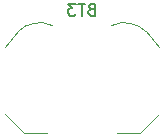
<source format=gbr>
%TF.GenerationSoftware,KiCad,Pcbnew,(5.1.10)-1*%
%TF.CreationDate,2021-09-28T21:44:29-07:00*%
%TF.ProjectId,TomasMendoza,546f6d61-734d-4656-9e64-6f7a612e6b69,rev?*%
%TF.SameCoordinates,Original*%
%TF.FileFunction,Legend,Bot*%
%TF.FilePolarity,Positive*%
%FSLAX46Y46*%
G04 Gerber Fmt 4.6, Leading zero omitted, Abs format (unit mm)*
G04 Created by KiCad (PCBNEW (5.1.10)-1) date 2021-09-28 21:44:29*
%MOMM*%
%LPD*%
G01*
G04 APERTURE LIST*
%ADD10C,0.120000*%
%ADD11C,0.150000*%
G04 APERTURE END LIST*
D10*
%TO.C,BT3*%
X164815001Y-98425001D02*
X166465001Y-100075001D01*
X176265001Y-100075001D02*
X177915001Y-98425001D01*
X176265001Y-100075001D02*
X174365001Y-100075001D01*
X166465001Y-100075001D02*
X168365001Y-100075001D01*
X164815001Y-92825001D02*
X165965001Y-91475001D01*
X177915001Y-92825001D02*
X176765001Y-91475001D01*
X168860903Y-90977394D02*
G75*
G03*
X165965001Y-91475001I-1095902J-2297607D01*
G01*
X173866695Y-90978543D02*
G75*
G02*
X176765001Y-91475001I1098306J-2296458D01*
G01*
D11*
X172150715Y-89603572D02*
X172007858Y-89651191D01*
X171960239Y-89698810D01*
X171912620Y-89794048D01*
X171912620Y-89936905D01*
X171960239Y-90032143D01*
X172007858Y-90079762D01*
X172103096Y-90127381D01*
X172484048Y-90127381D01*
X172484048Y-89127381D01*
X172150715Y-89127381D01*
X172055477Y-89175001D01*
X172007858Y-89222620D01*
X171960239Y-89317858D01*
X171960239Y-89413096D01*
X172007858Y-89508334D01*
X172055477Y-89555953D01*
X172150715Y-89603572D01*
X172484048Y-89603572D01*
X171626905Y-89127381D02*
X171055477Y-89127381D01*
X171341191Y-90127381D02*
X171341191Y-89127381D01*
X170817381Y-89127381D02*
X170198334Y-89127381D01*
X170531667Y-89508334D01*
X170388810Y-89508334D01*
X170293572Y-89555953D01*
X170245953Y-89603572D01*
X170198334Y-89698810D01*
X170198334Y-89936905D01*
X170245953Y-90032143D01*
X170293572Y-90079762D01*
X170388810Y-90127381D01*
X170674524Y-90127381D01*
X170769762Y-90079762D01*
X170817381Y-90032143D01*
%TD*%
M02*

</source>
